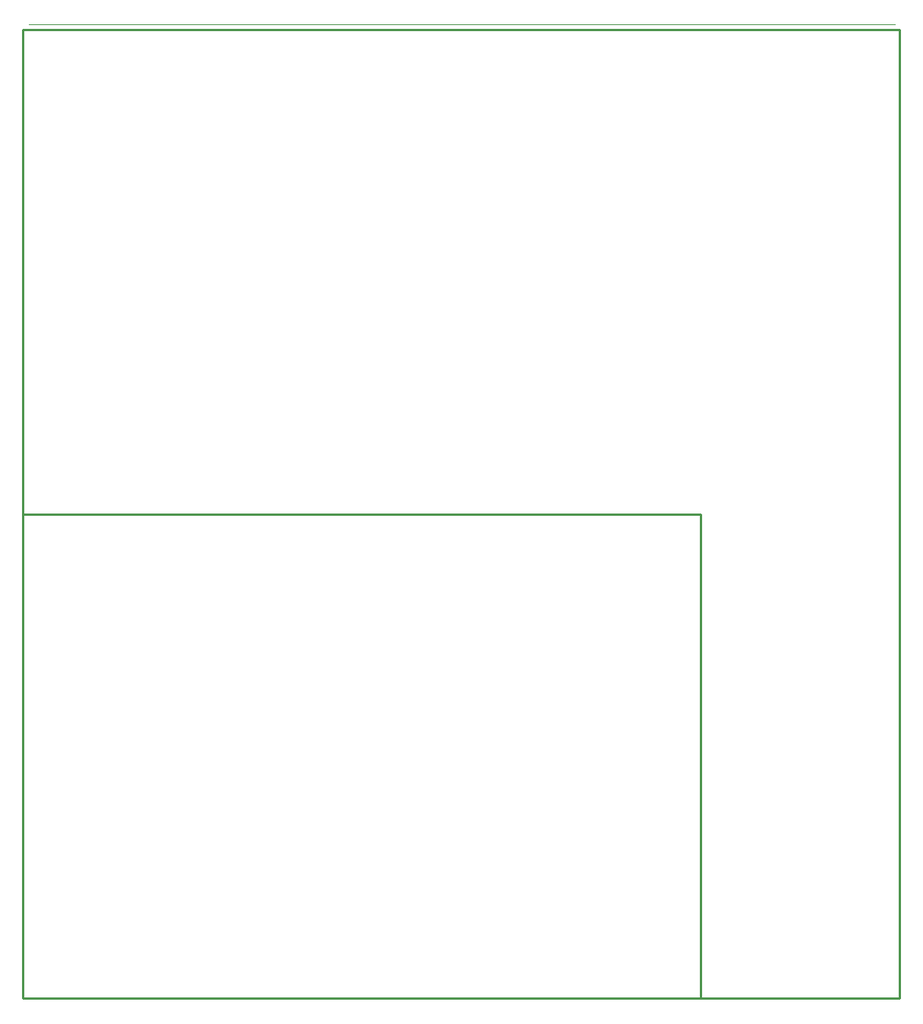
<source format=gko>
G04 Layer_Color=16711935*
%FSLAX25Y25*%
%MOIN*%
G70*
G01*
G75*
%ADD20C,0.01000*%
%ADD80C,0.00000*%
D20*
X485000Y100000D02*
Y525000D01*
X100000D02*
X485000D01*
X100000Y115000D02*
Y525000D01*
Y100000D02*
Y115000D01*
Y100000D02*
X485000D01*
X100000D02*
X397500D01*
Y312500D01*
X100000D02*
X397500D01*
X100000Y100000D02*
Y312500D01*
D80*
X102500Y527500D02*
X483000D01*
M02*

</source>
